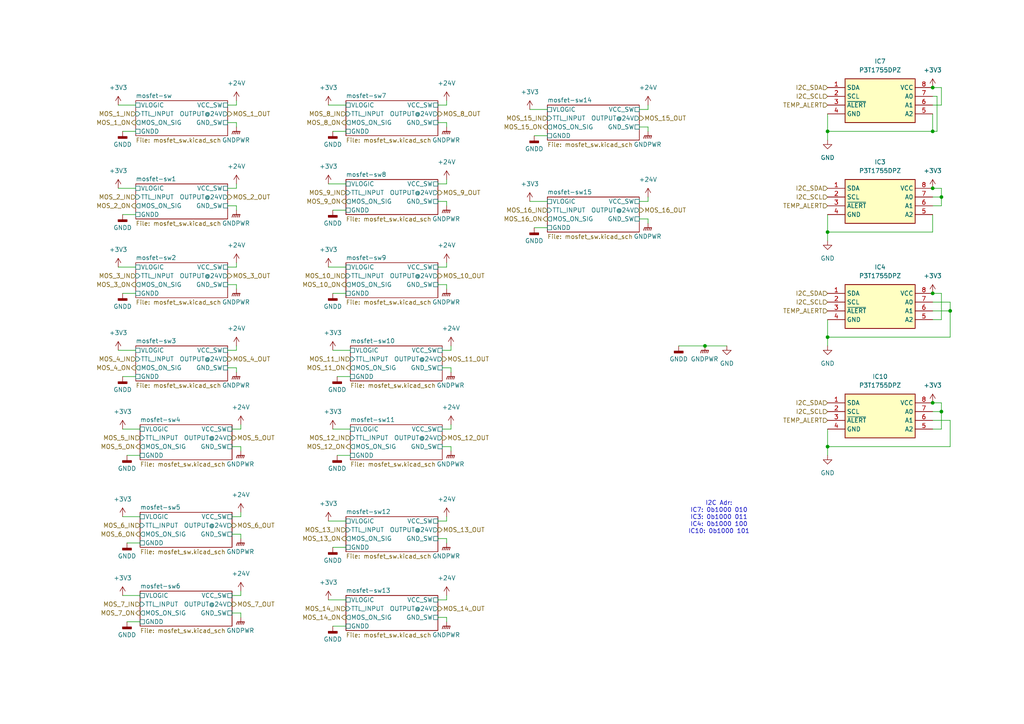
<source format=kicad_sch>
(kicad_sch (version 20231120) (generator "eeschema") (generator_version "8.0")
  (paper "A4")
  (lib_symbols
    (symbol "P3T1755DPZ:P3T1755DPZ"
      (property "Reference" "IC" (at 26.67 7.62 0))
      (property "Value" "P3T1755DPZ" (at 26.67 5.08 0))
      (symbol "P3T1755DPZ_1_1"
        (rectangle (start 5.08 2.54) (end 25.4 -10.16) (stroke (width 0.254)) (fill (type background)))
        (pin passive line (at 0 0 0) (length 5.08) (name "SDA") (number "1"))
        (pin passive line (at 0 -2.54 0) (length 5.08) (name "SCL") (number "2"))
        (pin passive line (at 0 -5.08 0) (length 5.08) (name "~{ALERT}") (number "3"))
        (pin passive line (at 0 -7.62 0) (length 5.08) (name "GND") (number "4"))
        (pin passive line (at 30.48 -7.62 180) (length 5.08) (name "A2") (number "5"))
        (pin passive line (at 30.48 -5.08 180) (length 5.08) (name "A1") (number "6"))
        (pin passive line (at 30.48 -2.54 180) (length 5.08) (name "A0") (number "7"))
        (pin passive line (at 30.48 0 180) (length 5.08) (name "VCC") (number "8"))
      )
    )
    (symbol "power:+24V" (power) (pin_names (offset 0))
      (property "Value" "+24V" (at 0 3.556 0))
      (symbol "+24V_0_1"
        (polyline (pts (xy -0.762 1.27) (xy 0 2.54)))
        (polyline (pts (xy 0 0) (xy 0 2.54)))
        (polyline (pts (xy 0 2.54) (xy 0.762 1.27)))
      )
      (symbol "+24V_1_1"
        (pin power_in line (at 0 0 90) (length 0) hide (name "+24V") (number "1"))
      )
    )
    (symbol "power:+3V3" (power) (pin_names (offset 0))
      (property "Value" "+3V3" (at 0 3.556 0))
      (symbol "+3V3_0_1"
        (polyline (pts (xy -0.762 1.27) (xy 0 2.54)))
        (polyline (pts (xy 0 0) (xy 0 2.54)))
        (polyline (pts (xy 0 2.54) (xy 0.762 1.27)))
      )
      (symbol "+3V3_1_1"
        (pin power_in line (at 0 0 90) (length 0) hide (name "+3V3") (number "1"))
      )
    )
    (symbol "power:GND" (power) (pin_names (offset 0))
      (property "Value" "GND" (at 0 -3.81 0))
      (symbol "GND_0_1"
        (polyline (pts (xy 0 0) (xy 0 -1.27) (xy 1.27 -1.27) (xy 0 -2.54) (xy -1.27 -1.27) (xy 0 -1.27)))
      )
      (symbol "GND_1_1"
        (pin power_in line (at 0 0 270) (length 0) hide (name "GND") (number "1"))
      )
    )
    (symbol "power:GNDD" (power) (pin_names (offset 0))
      (property "Value" "GNDD" (at 0 -3.175 0))
      (symbol "GNDD_0_1"
        (rectangle (start -1.27 -1.524) (end 1.27 -2.032) (stroke (width 0.254)) (fill (type outline)))
        (polyline (pts (xy 0 0) (xy 0 -1.524)))
      )
      (symbol "GNDD_1_1"
        (pin power_in line (at 0 0 270) (length 0) hide (name "GNDD") (number "1"))
      )
    )
    (symbol "power:GNDPWR" (power) (pin_names (offset 0))
      (property "Value" "GNDPWR" (at 0 -3.302 0))
      (symbol "GNDPWR_0_1"
        (polyline (pts (xy 0 -1.27) (xy 0 0)))
        (polyline (pts (xy -1.016 -1.27) (xy -1.27 -2.032) (xy -1.27 -2.032)) (stroke (width 0.2032)))
        (polyline (pts (xy -0.508 -1.27) (xy -0.762 -2.032) (xy -0.762 -2.032)) (stroke (width 0.2032)))
        (polyline (pts (xy 0 -1.27) (xy -0.254 -2.032) (xy -0.254 -2.032)) (stroke (width 0.2032)))
        (polyline (pts (xy 0.508 -1.27) (xy 0.254 -2.032) (xy 0.254 -2.032)) (stroke (width 0.2032)))
        (polyline (pts (xy 1.016 -1.27) (xy -1.016 -1.27) (xy -1.016 -1.27)) (stroke (width 0.2032)))
        (polyline (pts (xy 1.016 -1.27) (xy 0.762 -2.032) (xy 0.762 -2.032) (xy 0.762 -2.032)) (stroke (width 0.2032)))
      )
      (symbol "GNDPWR_1_1"
        (pin power_in line (at 0 0 270) (length 0) hide (name "GNDPWR") (number "1"))
      )
    )
  )
  (junction (at 204.47 100.33))
  (junction (at 270.51 54.61))
  (junction (at 270.51 25.4))
  (junction (at 270.51 38.1))
  (junction (at 270.51 85.09))
  (junction (at 240.03 38.1))
  (junction (at 240.03 97.79))
  (junction (at 270.51 116.84))
  (junction (at 240.03 129.54))
  (junction (at 275.59 90.17))
  (junction (at 240.03 67.31))
  (junction (at 273.05 57.15))
  (junction (at 273.05 119.38))
  (wire (pts (xy 69.85 149.86) (xy 67.31 149.86)))
  (wire (pts (xy 240.03 67.31) (xy 240.03 62.23)))
  (wire (pts (xy 273.05 57.15) (xy 273.05 54.61)))
  (wire (pts (xy 68.58 106.68) (xy 68.58 107.95)))
  (wire (pts (xy 129.54 172.72) (xy 129.54 173.99)))
  (wire (pts (xy 95.25 173.99) (xy 100.33 173.99)))
  (wire (pts (xy 185.42 36.83) (xy 187.96 36.83)))
  (wire (pts (xy 240.03 100.33) (xy 240.03 97.79)))
  (wire (pts (xy 271.78 27.94) (xy 271.78 38.1)))
  (wire (pts (xy 129.54 30.48) (xy 127 30.48)))
  (wire (pts (xy 240.03 67.31) (xy 270.51 67.31)))
  (wire (pts (xy 68.58 30.48) (xy 66.04 30.48)))
  (wire (pts (xy 153.67 31.75) (xy 158.75 31.75)))
  (wire (pts (xy 270.51 85.09) (xy 273.05 85.09)))
  (wire (pts (xy 275.59 87.63) (xy 275.59 90.17)))
  (wire (pts (xy 69.85 124.46) (xy 67.31 124.46)))
  (wire (pts (xy 68.58 100.33) (xy 68.58 101.6)))
  (wire (pts (xy 270.51 59.69) (xy 273.05 59.69)))
  (wire (pts (xy 95.25 30.48) (xy 100.33 30.48)))
  (wire (pts (xy 96.52 158.75) (xy 100.33 158.75)))
  (wire (pts (xy 196.85 100.33) (xy 204.47 100.33)))
  (wire (pts (xy 35.56 124.46) (xy 40.64 124.46)))
  (wire (pts (xy 129.54 149.86) (xy 129.54 151.13)))
  (wire (pts (xy 96.52 101.6) (xy 101.6 101.6)))
  (wire (pts (xy 66.04 82.55) (xy 68.58 82.55)))
  (wire (pts (xy 67.31 177.8) (xy 69.85 177.8)))
  (wire (pts (xy 270.51 62.23) (xy 270.51 67.31)))
  (wire (pts (xy 187.96 30.48) (xy 187.96 31.75)))
  (wire (pts (xy 270.51 121.92) (xy 275.59 121.92)))
  (wire (pts (xy 185.42 63.5) (xy 187.96 63.5)))
  (wire (pts (xy 204.47 100.33) (xy 210.82 100.33)))
  (wire (pts (xy 95.25 151.13) (xy 100.33 151.13)))
  (wire (pts (xy 96.52 85.09) (xy 100.33 85.09)))
  (wire (pts (xy 35.56 149.86) (xy 40.64 149.86)))
  (wire (pts (xy 127 179.07) (xy 129.54 179.07)))
  (wire (pts (xy 69.85 171.45) (xy 69.85 172.72)))
  (wire (pts (xy 273.05 59.69) (xy 273.05 57.15)))
  (wire (pts (xy 187.96 31.75) (xy 185.42 31.75)))
  (wire (pts (xy 34.29 54.61) (xy 39.37 54.61)))
  (wire (pts (xy 35.56 109.22) (xy 39.37 109.22)))
  (wire (pts (xy 128.27 129.54) (xy 130.81 129.54)))
  (wire (pts (xy 96.52 60.96) (xy 100.33 60.96)))
  (wire (pts (xy 270.51 92.71) (xy 273.05 92.71)))
  (wire (pts (xy 127 156.21) (xy 129.54 156.21)))
  (wire (pts (xy 273.05 57.15) (xy 270.51 57.15)))
  (wire (pts (xy 68.58 101.6) (xy 66.04 101.6)))
  (wire (pts (xy 271.78 27.94) (xy 270.51 27.94)))
  (wire (pts (xy 68.58 54.61) (xy 66.04 54.61)))
  (wire (pts (xy 153.67 58.42) (xy 158.75 58.42)))
  (wire (pts (xy 187.96 63.5) (xy 187.96 64.77)))
  (wire (pts (xy 128.27 106.68) (xy 130.81 106.68)))
  (wire (pts (xy 67.31 154.94) (xy 69.85 154.94)))
  (wire (pts (xy 97.79 109.22) (xy 101.6 109.22)))
  (wire (pts (xy 270.51 87.63) (xy 275.59 87.63)))
  (wire (pts (xy 240.03 97.79) (xy 240.03 92.71)))
  (wire (pts (xy 270.51 90.17) (xy 275.59 90.17)))
  (wire (pts (xy 129.54 29.21) (xy 129.54 30.48)))
  (wire (pts (xy 34.29 101.6) (xy 39.37 101.6)))
  (wire (pts (xy 129.54 53.34) (xy 127 53.34)))
  (wire (pts (xy 69.85 154.94) (xy 69.85 156.21)))
  (wire (pts (xy 270.51 119.38) (xy 273.05 119.38)))
  (wire (pts (xy 67.31 129.54) (xy 69.85 129.54)))
  (wire (pts (xy 187.96 58.42) (xy 185.42 58.42)))
  (wire (pts (xy 69.85 123.19) (xy 69.85 124.46)))
  (wire (pts (xy 129.54 179.07) (xy 129.54 180.34)))
  (wire (pts (xy 129.54 82.55) (xy 129.54 83.82)))
  (wire (pts (xy 35.56 172.72) (xy 40.64 172.72)))
  (wire (pts (xy 130.81 129.54) (xy 130.81 130.81)))
  (wire (pts (xy 240.03 129.54) (xy 275.59 129.54)))
  (wire (pts (xy 273.05 25.4) (xy 270.51 25.4)))
  (wire (pts (xy 240.03 132.08) (xy 240.03 129.54)))
  (wire (pts (xy 270.51 30.48) (xy 273.05 30.48)))
  (wire (pts (xy 68.58 77.47) (xy 66.04 77.47)))
  (wire (pts (xy 130.81 100.33) (xy 130.81 101.6)))
  (wire (pts (xy 275.59 121.92) (xy 275.59 129.54)))
  (wire (pts (xy 95.25 77.47) (xy 100.33 77.47)))
  (wire (pts (xy 240.03 38.1) (xy 240.03 33.02)))
  (wire (pts (xy 68.58 76.2) (xy 68.58 77.47)))
  (wire (pts (xy 97.79 132.08) (xy 101.6 132.08)))
  (wire (pts (xy 34.29 30.48) (xy 39.37 30.48)))
  (wire (pts (xy 129.54 35.56) (xy 129.54 36.83)))
  (wire (pts (xy 69.85 148.59) (xy 69.85 149.86)))
  (wire (pts (xy 96.52 181.61) (xy 100.33 181.61)))
  (wire (pts (xy 154.94 39.37) (xy 158.75 39.37)))
  (wire (pts (xy 35.56 38.1) (xy 39.37 38.1)))
  (wire (pts (xy 130.81 123.19) (xy 130.81 124.46)))
  (wire (pts (xy 273.05 92.71) (xy 273.05 85.09)))
  (wire (pts (xy 273.05 54.61) (xy 270.51 54.61)))
  (wire (pts (xy 271.78 38.1) (xy 270.51 38.1)))
  (wire (pts (xy 240.03 69.85) (xy 240.03 67.31)))
  (wire (pts (xy 66.04 35.56) (xy 68.58 35.56)))
  (wire (pts (xy 129.54 156.21) (xy 129.54 157.48)))
  (wire (pts (xy 240.03 129.54) (xy 240.03 124.46)))
  (wire (pts (xy 66.04 106.68) (xy 68.58 106.68)))
  (wire (pts (xy 127 58.42) (xy 129.54 58.42)))
  (wire (pts (xy 35.56 85.09) (xy 39.37 85.09)))
  (wire (pts (xy 273.05 119.38) (xy 273.05 116.84)))
  (wire (pts (xy 96.52 124.46) (xy 101.6 124.46)))
  (wire (pts (xy 36.83 157.48) (xy 40.64 157.48)))
  (wire (pts (xy 273.05 124.46) (xy 273.05 119.38)))
  (wire (pts (xy 270.51 124.46) (xy 273.05 124.46)))
  (wire (pts (xy 187.96 57.15) (xy 187.96 58.42)))
  (wire (pts (xy 130.81 101.6) (xy 128.27 101.6)))
  (wire (pts (xy 127 82.55) (xy 129.54 82.55)))
  (wire (pts (xy 68.58 82.55) (xy 68.58 83.82)))
  (wire (pts (xy 273.05 30.48) (xy 273.05 25.4)))
  (wire (pts (xy 129.54 173.99) (xy 127 173.99)))
  (wire (pts (xy 129.54 58.42) (xy 129.54 59.69)))
  (wire (pts (xy 68.58 59.69) (xy 68.58 60.96)))
  (wire (pts (xy 130.81 124.46) (xy 128.27 124.46)))
  (wire (pts (xy 66.04 59.69) (xy 68.58 59.69)))
  (wire (pts (xy 129.54 151.13) (xy 127 151.13)))
  (wire (pts (xy 68.58 53.34) (xy 68.58 54.61)))
  (wire (pts (xy 34.29 77.47) (xy 39.37 77.47)))
  (wire (pts (xy 68.58 35.56) (xy 68.58 36.83)))
  (wire (pts (xy 270.51 116.84) (xy 273.05 116.84)))
  (wire (pts (xy 95.25 53.34) (xy 100.33 53.34)))
  (wire (pts (xy 130.81 106.68) (xy 130.81 107.95)))
  (wire (pts (xy 129.54 77.47) (xy 127 77.47)))
  (wire (pts (xy 275.59 90.17) (xy 275.59 97.79)))
  (wire (pts (xy 270.51 33.02) (xy 270.51 38.1)))
  (wire (pts (xy 129.54 76.2) (xy 129.54 77.47)))
  (wire (pts (xy 36.83 132.08) (xy 40.64 132.08)))
  (wire (pts (xy 69.85 177.8) (xy 69.85 179.07)))
  (wire (pts (xy 129.54 52.07) (xy 129.54 53.34)))
  (wire (pts (xy 35.56 62.23) (xy 39.37 62.23)))
  (wire (pts (xy 187.96 36.83) (xy 187.96 38.1)))
  (wire (pts (xy 240.03 97.79) (xy 275.59 97.79)))
  (wire (pts (xy 240.03 40.64) (xy 240.03 38.1)))
  (wire (pts (xy 36.83 180.34) (xy 40.64 180.34)))
  (wire (pts (xy 68.58 29.21) (xy 68.58 30.48)))
  (wire (pts (xy 69.85 172.72) (xy 67.31 172.72)))
  (wire (pts (xy 127 35.56) (xy 129.54 35.56)))
  (wire (pts (xy 154.94 66.04) (xy 158.75 66.04)))
  (wire (pts (xy 69.85 129.54) (xy 69.85 130.81)))
  (wire (pts (xy 240.03 38.1) (xy 270.51 38.1)))
  (wire (pts (xy 96.52 38.1) (xy 100.33 38.1)))
  (text "I2C Adr:\nIC7: 0b1000 010\nIC3: 0b1000 011\nIC4: 0b1000 100\nIC10: 0b1000 101" (at 208.534 150.114 0) (effects (font (size 1.27 1.27))))
  (hierarchical_label "MOS_8_OUT" (shape output) (at 127 33.02 0))
  (hierarchical_label "MOS_10_IN" (shape input) (at 100.33 80.01 180))
  (hierarchical_label "MOS_14_OUT" (shape output) (at 127 176.53 0))
  (hierarchical_label "MOS_2_IN" (shape input) (at 39.37 57.15 180))
  (hierarchical_label "MOS_13_OUT" (shape output) (at 127 153.67 0))
  (hierarchical_label "MOS_11_OUT" (shape output) (at 128.27 104.14 0))
  (hierarchical_label "MOS_12_ON" (shape output) (at 101.6 129.54 180))
  (hierarchical_label "MOS_16_IN" (shape input) (at 158.75 60.96 180))
  (hierarchical_label "MOS_15_IN" (shape input) (at 158.75 34.29 180))
  (hierarchical_label "I2C_SDA" (shape input) (at 240.03 25.4 180))
  (hierarchical_label "MOS_14_IN" (shape input) (at 100.33 176.53 180))
  (hierarchical_label "MOS_6_IN" (shape input) (at 40.64 152.4 180))
  (hierarchical_label "MOS_10_OUT" (shape output) (at 127 80.01 0))
  (hierarchical_label "MOS_15_OUT" (shape output) (at 185.42 34.29 0))
  (hierarchical_label "MOS_16_ON" (shape output) (at 158.75 63.5 180))
  (hierarchical_label "MOS_3_OUT" (shape output) (at 66.04 80.01 0))
  (hierarchical_label "MOS_1_ON" (shape output) (at 39.37 35.56 180))
  (hierarchical_label "MOS_7_ON" (shape output) (at 40.64 177.8 180))
  (hierarchical_label "I2C_SDA" (shape input) (at 240.03 54.61 180))
  (hierarchical_label "MOS_6_ON" (shape output) (at 40.64 154.94 180))
  (hierarchical_label "MOS_14_ON" (shape output) (at 100.33 179.07 180))
  (hierarchical_label "MOS_12_OUT" (shape output) (at 128.27 127 0))
  (hierarchical_label "MOS_3_ON" (shape output) (at 39.37 82.55 180))
  (hierarchical_label "I2C_SCL" (shape input) (at 240.03 57.15 180))
  (hierarchical_label "MOS_7_OUT" (shape output) (at 67.31 175.26 0))
  (hierarchical_label "MOS_2_ON" (shape output) (at 39.37 59.69 180))
  (hierarchical_label "MOS_3_IN" (shape input) (at 39.37 80.01 180))
  (hierarchical_label "MOS_11_ON" (shape output) (at 101.6 106.68 180))
  (hierarchical_label "TEMP_ALERT" (shape input) (at 240.03 59.69 180))
  (hierarchical_label "MOS_10_ON" (shape output) (at 100.33 82.55 180))
  (hierarchical_label "MOS_13_ON" (shape output) (at 100.33 156.21 180))
  (hierarchical_label "MOS_7_IN" (shape input) (at 40.64 175.26 180))
  (hierarchical_label "MOS_9_OUT" (shape output) (at 127 55.88 0))
  (hierarchical_label "MOS_1_OUT" (shape output) (at 66.04 33.02 0))
  (hierarchical_label "MOS_12_IN" (shape input) (at 101.6 127 180))
  (hierarchical_label "I2C_SDA" (shape input) (at 240.03 85.09 180))
  (hierarchical_label "MOS_16_OUT" (shape output) (at 185.42 60.96 0))
  (hierarchical_label "MOS_5_ON" (shape output) (at 40.64 129.54 180))
  (hierarchical_label "MOS_2_OUT" (shape output) (at 66.04 57.15 0))
  (hierarchical_label "TEMP_ALERT" (shape input) (at 240.03 90.17 180))
  (hierarchical_label "TEMP_ALERT" (shape input) (at 240.03 30.48 180))
  (hierarchical_label "MOS_5_IN" (shape input) (at 40.64 127 180))
  (hierarchical_label "MOS_8_ON" (shape output) (at 100.33 35.56 180))
  (hierarchical_label "TEMP_ALERT" (shape input) (at 240.03 121.92 180))
  (hierarchical_label "I2C_SDA" (shape input) (at 240.03 116.84 180))
  (hierarchical_label "MOS_1_IN" (shape input) (at 39.37 33.02 180))
  (hierarchical_label "I2C_SCL" (shape input) (at 240.03 87.63 180))
  (hierarchical_label "MOS_9_IN" (shape input) (at 100.33 55.88 180))
  (hierarchical_label "MOS_6_OUT" (shape output) (at 67.31 152.4 0))
  (hierarchical_label "MOS_11_IN" (shape input) (at 101.6 104.14 180))
  (hierarchical_label "MOS_8_IN" (shape input) (at 100.33 33.02 180))
  (hierarchical_label "MOS_15_ON" (shape output) (at 158.75 36.83 180))
  (hierarchical_label "I2C_SCL" (shape input) (at 240.03 119.38 180))
  (hierarchical_label "MOS_4_ON" (shape output) (at 39.37 106.68 180))
  (hierarchical_label "MOS_5_OUT" (shape output) (at 67.31 127 0))
  (hierarchical_label "MOS_13_IN" (shape input) (at 100.33 153.67 180))
  (hierarchical_label "MOS_4_OUT" (shape output) (at 66.04 104.14 0))
  (hierarchical_label "MOS_4_IN" (shape input) (at 39.37 104.14 180))
  (hierarchical_label "MOS_9_ON" (shape output) (at 100.33 58.42 180))
  (hierarchical_label "I2C_SCL" (shape input) (at 240.03 27.94 180))
  (symbol (lib_id "power:+24V") (at 187.96 30.48 0) (unit 1)
    (property "Reference" "#PWR061" (effects (hide yes)))
    (property "Value" "+24V" (at 187.96 25.4 0))
  )
  (symbol (lib_id "power:GNDPWR") (at 69.85 156.21 0) (unit 1)
    (property "Reference" "#PWR026" (effects (hide yes)))
    (property "Value" "GNDPWR" (at 69.723 160.02 0))
  )
  (symbol (lib_id "power:+3V3") (at 34.29 77.47 0) (unit 1)
    (property "Reference" "#PWR011" (effects (hide yes)))
    (property "Value" "+3V3" (at 34.29 72.39 0))
  )
  (symbol (lib_id "power:+3V3") (at 34.29 30.48 0) (unit 1)
    (property "Reference" "#PWR06" (effects (hide yes)))
    (property "Value" "+3V3" (at 34.29 25.4 0))
  )
  (symbol (lib_id "power:+3V3") (at 153.67 58.42 0) (unit 1)
    (property "Reference" "#PWR063" (effects (hide yes)))
    (property "Value" "+3V3" (at 153.67 53.34 0))
  )
  (symbol (lib_id "P3T1755DPZ:P3T1755DPZ") (at 240.03 54.61 0) (unit 1)
    (property "Reference" "IC3" (at 255.27 46.99 0))
    (property "Value" "P3T1755DPZ" (at 255.27 49.53 0))
    (property "Footprint" "Library:P3T1755DPZ" (effects (hide yes)))
    (property "Datasheet" "https://www.nxp.com/docs/en/data-sheet/P3T1755DS.pdf" (effects (hide yes)))
    (property "Height" "1.1" (effects (hide yes)))
    (property "Mouser Part Number" "771-P3T1755DPZ" (effects (hide yes)))
    (property "Mouser Price/Stock" "https://www.mouser.co.uk/ProductDetail/NXP-Semiconductors/P3T1755DPZ?qs=rQFj71Wb1eWT4G6DVajfNw%3D%3D" (effects (hide yes)))
    (property "Manufacturer_Name" "NXP" (effects (hide yes)))
    (property "Manufacturer_Part_Number" "P3T1755DPZ" (effects (hide yes)))
  )
  (symbol (lib_id "power:GNDPWR") (at 129.54 83.82 0) (unit 1)
    (property "Reference" "#PWR042" (effects (hide yes)))
    (property "Value" "GNDPWR" (at 129.413 87.63 0))
  )
  (symbol (lib_id "power:GNDPWR") (at 129.54 180.34 0) (unit 1)
    (property "Reference" "#PWR058" (effects (hide yes)))
    (property "Value" "GNDPWR" (at 129.413 184.15 0))
  )
  (symbol (lib_id "power:GNDD") (at 96.52 38.1 0) (unit 1)
    (property "Reference" "#PWR032" (effects (hide yes)))
    (property "Value" "GNDD" (at 96.52 41.91 0))
  )
  (symbol (lib_id "power:+3V3") (at 96.52 124.46 0) (unit 1)
    (property "Reference" "#PWR047" (effects (hide yes)))
    (property "Value" "+3V3" (at 96.52 119.38 0))
  )
  (symbol (lib_id "power:+3V3") (at 95.25 77.47 0) (unit 1)
    (property "Reference" "#PWR039" (effects (hide yes)))
    (property "Value" "+3V3" (at 95.25 72.39 0))
  )
  (symbol (lib_id "power:GNDPWR") (at 129.54 36.83 0) (unit 1)
    (property "Reference" "#PWR034" (effects (hide yes)))
    (property "Value" "GNDPWR" (at 129.413 40.64 0))
  )
  (symbol (lib_id "power:+3V3") (at 35.56 124.46 0) (unit 1)
    (property "Reference" "#PWR019" (effects (hide yes)))
    (property "Value" "+3V3" (at 35.56 119.38 0))
  )
  (symbol (lib_id "power:+24V") (at 130.81 123.19 0) (unit 1)
    (property "Reference" "#PWR049" (effects (hide yes)))
    (property "Value" "+24V" (at 130.81 118.11 0))
  )
  (symbol (lib_id "power:+24V") (at 68.58 29.21 0) (unit 1)
    (property "Reference" "#PWR03" (effects (hide yes)))
    (property "Value" "+24V" (at 68.58 24.13 0))
  )
  (symbol (lib_id "power:GND") (at 240.03 40.64 0) (unit 1)
    (property "Reference" "#PWR0119" (effects (hide yes)))
    (property "Value" "GND" (at 240.03 45.72 0))
  )
  (symbol (lib_id "power:+3V3") (at 95.25 151.13 0) (unit 1)
    (property "Reference" "#PWR051" (effects (hide yes)))
    (property "Value" "+3V3" (at 95.25 146.05 0))
  )
  (symbol (lib_id "power:GNDD") (at 36.83 180.34 0) (unit 1)
    (property "Reference" "#PWR028" (effects (hide yes)))
    (property "Value" "GNDD" (at 36.83 184.15 0))
  )
  (symbol (lib_id "power:GNDD") (at 196.85 100.33 0) (unit 1)
    (property "Reference" "#PWR081" (effects (hide yes)))
    (property "Value" "GNDD" (at 196.85 104.14 0))
  )
  (symbol (lib_id "power:+24V") (at 69.85 123.19 0) (unit 1)
    (property "Reference" "#PWR021" (effects (hide yes)))
    (property "Value" "+24V" (at 69.85 118.11 0))
  )
  (symbol (lib_id "power:+3V3") (at 270.51 25.4 0) (unit 1)
    (property "Reference" "#PWR0120" (effects (hide yes)))
    (property "Value" "+3V3" (at 270.51 20.32 0))
  )
  (symbol (lib_id "power:GNDD") (at 35.56 85.09 0) (unit 1)
    (property "Reference" "#PWR012" (effects (hide yes)))
    (property "Value" "GNDD" (at 35.56 88.9 0))
  )
  (symbol (lib_id "power:GND") (at 240.03 100.33 0) (unit 1)
    (property "Reference" "#PWR0123" (effects (hide yes)))
    (property "Value" "GND" (at 240.03 105.41 0))
  )
  (symbol (lib_id "power:GNDD") (at 97.79 132.08 0) (unit 1)
    (property "Reference" "#PWR048" (effects (hide yes)))
    (property "Value" "GNDD" (at 97.79 135.89 0))
  )
  (symbol (lib_id "power:+24V") (at 129.54 29.21 0) (unit 1)
    (property "Reference" "#PWR033" (effects (hide yes)))
    (property "Value" "+24V" (at 129.54 24.13 0))
  )
  (symbol (lib_id "power:GNDPWR") (at 129.54 59.69 0) (unit 1)
    (property "Reference" "#PWR038" (effects (hide yes)))
    (property "Value" "GNDPWR" (at 129.413 63.5 0))
  )
  (symbol (lib_id "power:GNDPWR") (at 129.54 157.48 0) (unit 1)
    (property "Reference" "#PWR054" (effects (hide yes)))
    (property "Value" "GNDPWR" (at 129.413 161.29 0))
  )
  (symbol (lib_id "power:GNDPWR") (at 187.96 64.77 0) (unit 1)
    (property "Reference" "#PWR066" (effects (hide yes)))
    (property "Value" "GNDPWR" (at 187.833 68.58 0))
  )
  (symbol (lib_id "power:+3V3") (at 95.25 30.48 0) (unit 1)
    (property "Reference" "#PWR031" (effects (hide yes)))
    (property "Value" "+3V3" (at 95.25 25.4 0))
  )
  (symbol (lib_id "power:+24V") (at 68.58 76.2 0) (unit 1)
    (property "Reference" "#PWR013" (effects (hide yes)))
    (property "Value" "+24V" (at 68.58 71.12 0))
  )
  (symbol (lib_id "power:GNDD") (at 35.56 109.22 0) (unit 1)
    (property "Reference" "#PWR016" (effects (hide yes)))
    (property "Value" "GNDD" (at 35.56 113.03 0))
  )
  (symbol (lib_id "power:GNDD") (at 35.56 62.23 0) (unit 1)
    (property "Reference" "#PWR08" (effects (hide yes)))
    (property "Value" "GNDD" (at 35.56 66.04 0))
  )
  (symbol (lib_id "P3T1755DPZ:P3T1755DPZ") (at 240.03 25.4 0) (unit 1)
    (property "Reference" "IC7" (at 255.27 17.78 0))
    (property "Value" "P3T1755DPZ" (at 255.27 20.32 0))
    (property "Footprint" "Library:P3T1755DPZ" (effects (hide yes)))
    (property "Datasheet" "https://www.nxp.com/docs/en/data-sheet/P3T1755DS.pdf" (effects (hide yes)))
    (property "Height" "1.1" (effects (hide yes)))
    (property "Mouser Part Number" "771-P3T1755DPZ" (effects (hide yes)))
    (property "Mouser Price/Stock" "https://www.mouser.co.uk/ProductDetail/NXP-Semiconductors/P3T1755DPZ?qs=rQFj71Wb1eWT4G6DVajfNw%3D%3D" (effects (hide yes)))
    (property "Manufacturer_Name" "NXP" (effects (hide yes)))
    (property "Manufacturer_Part_Number" "P3T1755DPZ" (effects (hide yes)))
  )
  (symbol (lib_id "power:+3V3") (at 270.51 85.09 0) (unit 1)
    (property "Reference" "#PWR0124" (effects (hide yes)))
    (property "Value" "+3V3" (at 270.51 80.01 0))
  )
  (symbol (lib_id "power:+3V3") (at 34.29 54.61 0) (unit 1)
    (property "Reference" "#PWR07" (effects (hide yes)))
    (property "Value" "+3V3" (at 34.29 49.53 0))
  )
  (symbol (lib_id "power:+3V3") (at 34.29 101.6 0) (unit 1)
    (property "Reference" "#PWR015" (effects (hide yes)))
    (property "Value" "+3V3" (at 34.29 96.52 0))
  )
  (symbol (lib_id "power:+3V3") (at 95.25 173.99 0) (unit 1)
    (property "Reference" "#PWR055" (effects (hide yes)))
    (property "Value" "+3V3" (at 95.25 168.91 0))
  )
  (symbol (lib_id "power:GNDPWR") (at 204.47 100.33 0) (unit 1)
    (property "Reference" "#PWR080" (effects (hide yes)))
    (property "Value" "GNDPWR" (at 204.343 104.14 0))
  )
  (symbol (lib_id "power:GND") (at 240.03 132.08 0) (unit 1)
    (property "Reference" "#PWR0142" (effects (hide yes)))
    (property "Value" "GND" (at 240.03 137.16 0))
  )
  (symbol (lib_id "power:GNDD") (at 154.94 39.37 0) (unit 1)
    (property "Reference" "#PWR060" (effects (hide yes)))
    (property "Value" "GNDD" (at 154.94 43.18 0))
  )
  (symbol (lib_id "power:+24V") (at 68.58 53.34 0) (unit 1)
    (property "Reference" "#PWR09" (effects (hide yes)))
    (property "Value" "+24V" (at 68.58 48.26 0))
  )
  (symbol (lib_id "power:GNDPWR") (at 69.85 130.81 0) (unit 1)
    (property "Reference" "#PWR022" (effects (hide yes)))
    (property "Value" "GNDPWR" (at 69.723 134.62 0))
  )
  (symbol (lib_id "power:+24V") (at 130.81 100.33 0) (unit 1)
    (property "Reference" "#PWR045" (effects (hide yes)))
    (property "Value" "+24V" (at 130.81 95.25 0))
  )
  (symbol (lib_id "power:GNDPWR") (at 187.96 38.1 0) (unit 1)
    (property "Reference" "#PWR062" (effects (hide yes)))
    (property "Value" "GNDPWR" (at 187.833 41.91 0))
  )
  (symbol (lib_id "power:GNDPWR") (at 68.58 83.82 0) (unit 1)
    (property "Reference" "#PWR014" (effects (hide yes)))
    (property "Value" "GNDPWR" (at 68.453 87.63 0))
  )
  (symbol (lib_id "power:GNDD") (at 154.94 66.04 0) (unit 1)
    (property "Reference" "#PWR064" (effects (hide yes)))
    (property "Value" "GNDD" (at 154.94 69.85 0))
  )
  (symbol (lib_id "power:+3V3") (at 96.52 101.6 0) (unit 1)
    (property "Reference" "#PWR043" (effects (hide yes)))
    (property "Value" "+3V3" (at 96.52 96.52 0))
  )
  (symbol (lib_id "power:+24V") (at 129.54 52.07 0) (unit 1)
    (property "Reference" "#PWR037" (effects (hide yes)))
    (property "Value" "+24V" (at 129.54 46.99 0))
  )
  (symbol (lib_id "power:+3V3") (at 95.25 53.34 0) (unit 1)
    (property "Reference" "#PWR035" (effects (hide yes)))
    (property "Value" "+3V3" (at 95.25 48.26 0))
  )
  (symbol (lib_id "power:GNDPWR") (at 130.81 107.95 0) (unit 1)
    (property "Reference" "#PWR046" (effects (hide yes)))
    (property "Value" "GNDPWR" (at 130.683 111.76 0))
  )
  (symbol (lib_id "power:+24V") (at 129.54 149.86 0) (unit 1)
    (property "Reference" "#PWR053" (effects (hide yes)))
    (property "Value" "+24V" (at 129.54 144.78 0))
  )
  (symbol (lib_id "power:GNDPWR") (at 68.58 107.95 0) (unit 1)
    (property "Reference" "#PWR018" (effects (hide yes)))
    (property "Value" "GNDPWR" (at 68.453 111.76 0))
  )
  (symbol (lib_id "power:GNDD") (at 35.56 38.1 0) (unit 1)
    (property "Reference" "#PWR05" (effects (hide yes)))
    (property "Value" "GNDD" (at 35.56 41.91 0))
  )
  (symbol (lib_id "power:GNDPWR") (at 69.85 179.07 0) (unit 1)
    (property "Reference" "#PWR030" (effects (hide yes)))
    (property "Value" "GNDPWR" (at 69.723 182.88 0))
  )
  (symbol (lib_id "power:+24V") (at 69.85 148.59 0) (unit 1)
    (property "Reference" "#PWR025" (effects (hide yes)))
    (property "Value" "+24V" (at 69.85 143.51 0))
  )
  (symbol (lib_id "power:+24V") (at 69.85 171.45 0) (unit 1)
    (property "Reference" "#PWR029" (effects (hide yes)))
    (property "Value" "+24V" (at 69.85 166.37 0))
  )
  (symbol (lib_id "power:GNDPWR") (at 68.58 36.83 0) (unit 1)
    (property "Reference" "#PWR04" (effects (hide yes)))
    (property "Value" "GNDPWR" (at 68.453 40.64 0))
  )
  (symbol (lib_id "power:GNDPWR") (at 130.81 130.81 0) (unit 1)
    (property "Reference" "#PWR050" (effects (hide yes)))
    (property "Value" "GNDPWR" (at 130.683 134.62 0))
  )
  (symbol (lib_id "power:GNDPWR") (at 68.58 60.96 0) (unit 1)
    (property "Reference" "#PWR010" (effects (hide yes)))
    (property "Value" "GNDPWR" (at 68.453 64.77 0))
  )
  (symbol (lib_id "power:GNDD") (at 96.52 158.75 0) (unit 1)
    (property "Reference" "#PWR052" (effects (hide yes)))
    (property "Value" "GNDD" (at 96.52 162.56 0))
  )
  (symbol (lib_id "power:+24V") (at 129.54 76.2 0) (unit 1)
    (property "Reference" "#PWR041" (effects (hide yes)))
    (property "Value" "+24V" (at 129.54 71.12 0))
  )
  (symbol (lib_id "power:GNDD") (at 36.83 132.08 0) (unit 1)
    (property "Reference" "#PWR020" (effects (hide yes)))
    (property "Value" "GNDD" (at 36.83 135.89 0))
  )
  (symbol (lib_id "power:+3V3") (at 35.56 149.86 0) (unit 1)
    (property "Reference" "#PWR023" (effects (hide yes)))
    (property "Value" "+3V3" (at 35.56 144.78 0))
  )
  (symbol (lib_id "power:GND") (at 240.03 69.85 0) (unit 1)
    (property "Reference" "#PWR0121" (effects (hide yes)))
    (property "Value" "GND" (at 240.03 74.93 0))
  )
  (symbol (lib_id "power:+24V") (at 129.54 172.72 0) (unit 1)
    (property "Reference" "#PWR057" (effects (hide yes)))
    (property "Value" "+24V" (at 129.54 167.64 0))
  )
  (symbol (lib_id "P3T1755DPZ:P3T1755DPZ") (at 240.03 85.09 0) (unit 1)
    (property "Reference" "IC4" (at 255.27 77.47 0))
    (property "Value" "P3T1755DPZ" (at 255.27 80.01 0))
    (property "Footprint" "Library:P3T1755DPZ" (effects (hide yes)))
    (property "Datasheet" "https://www.nxp.com/docs/en/data-sheet/P3T1755DS.pdf" (effects (hide yes)))
    (property "Height" "1.1" (effects (hide yes)))
    (property "Mouser Part Number" "771-P3T1755DPZ" (effects (hide yes)))
    (property "Mouser Price/Stock" "https://www.mouser.co.uk/ProductDetail/NXP-Semiconductors/P3T1755DPZ?qs=rQFj71Wb1eWT4G6DVajfNw%3D%3D" (effects (hide yes)))
    (property "Manufacturer_Name" "NXP" (effects (hide yes)))
    (property "Manufacturer_Part_Number" "P3T1755DPZ" (effects (hide yes)))
  )
  (symbol (lib_id "power:GNDD") (at 96.52 60.96 0) (unit 1)
    (property "Reference" "#PWR036" (effects (hide yes)))
    (property "Value" "GNDD" (at 96.52 64.77 0))
  )
  (symbol (lib_id "power:+3V3") (at 153.67 31.75 0) (unit 1)
    (property "Reference" "#PWR059" (effects (hide yes)))
    (property "Value" "+3V3" (at 153.67 26.67 0))
  )
  (symbol (lib_id "power:GNDD") (at 36.83 157.48 0) (unit 1)
    (property "Reference" "#PWR024" (effects (hide yes)))
    (property "Value" "GNDD" (at 36.83 161.29 0))
  )
  (symbol (lib_id "power:+3V3") (at 270.51 116.84 0) (unit 1)
    (property "Reference" "#PWR0143" (effects (hide yes)))
    (property "Value" "+3V3" (at 270.51 111.76 0))
  )
  (symbol (lib_id "P3T1755DPZ:P3T1755DPZ") (at 240.03 116.84 0) (unit 1)
    (property "Reference" "IC10" (at 255.27 109.22 0))
    (property "Value" "P3T1755DPZ" (at 255.27 111.76 0))
    (property "Footprint" "Library:P3T1755DPZ" (effects (hide yes)))
    (property "Datasheet" "https://www.nxp.com/docs/en/data-sheet/P3T1755DS.pdf" (effects (hide yes)))
    (property "Height" "1.1" (effects (hide yes)))
    (property "Mouser Part Number" "771-P3T1755DPZ" (effects (hide yes)))
    (property "Mouser Price/Stock" "https://www.mouser.co.uk/ProductDetail/NXP-Semiconductors/P3T1755DPZ?qs=rQFj71Wb1eWT4G6DVajfNw%3D%3D" (effects (hide yes)))
    (property "Manufacturer_Name" "NXP" (effects (hide yes)))
    (property "Manufacturer_Part_Number" "P3T1755DPZ" (effects (hide yes)))
  )
  (symbol (lib_id "power:+24V") (at 187.96 57.15 0) (unit 1)
    (property "Reference" "#PWR065" (effects (hide yes)))
    (property "Value" "+24V" (at 187.96 52.07 0))
  )
  (symbol (lib_id "power:+3V3") (at 270.51 54.61 0) (unit 1)
    (property "Reference" "#PWR0122" (effects (hide yes)))
    (property "Value" "+3V3" (at 270.51 49.53 0))
  )
  (symbol (lib_id "power:GNDD") (at 96.52 181.61 0) (unit 1)
    (property "Reference" "#PWR056" (effects (hide yes)))
    (property "Value" "GNDD" (at 96.52 185.42 0))
  )
  (symbol (lib_id "power:GNDD") (at 97.79 109.22 0) (unit 1)
    (property "Reference" "#PWR044" (effects (hide yes)))
    (property "Value" "GNDD" (at 97.79 113.03 0))
  )
  (symbol (lib_id "power:+3V3") (at 35.56 172.72 0) (unit 1)
    (property "Reference" "#PWR027" (effects (hide yes)))
    (property "Value" "+3V3" (at 35.56 167.64 0))
  )
  (symbol (lib_id "power:GND") (at 210.82 100.33 0) (unit 1)
    (property "Reference" "#PWR079" (effects (hide yes)))
    (property "Value" "GND" (at 210.82 105.41 0))
  )
  (symbol (lib_id "power:GNDD") (at 96.52 85.09 0) (unit 1)
    (property "Reference" "#PWR040" (effects (hide yes)))
    (property "Value" "GNDD" (at 96.52 88.9 0))
  )
  (symbol (lib_id "power:+24V") (at 68.58 100.33 0) (unit 1)
    (property "Reference" "#PWR017" (effects (hide yes)))
    (property "Value" "+24V" (at 68.58 95.25 0))
  )
  (sheet (at 100.33 52.07) (size 26.67 10.16) (stroke (width 0.1524))
    (property "Sheetname" "mosfet-sw8" (at 100.33 51.3584 0) (effects (justify left bottom)))
    (property "Sheetfile" "mosfet_sw.kicad_sch" (at 100.33 62.8146 0) (effects (justify left top)))
    (pin "OUTPUT@24V" output (at 127 55.88 0))
    (pin "GND_SW" passive (at 127 58.42 0))
    (pin "VCC_SW" passive (at 127 53.34 0))
    (pin "TTL_INPUT" input (at 100.33 55.88 180))
    (pin "GNDD" passive (at 100.33 60.96 180))
    (pin "VLOGIC" passive (at 100.33 53.34 180))
    (pin "MOS_ON_SIG" output (at 100.33 58.42 180))
  )
  (sheet (at 100.33 29.21) (size 26.67 10.16) (stroke (width 0.1524))
    (property "Sheetname" "mosfet-sw7" (at 100.33 28.4984 0) (effects (justify left bottom)))
    (property "Sheetfile" "mosfet_sw.kicad_sch" (at 100.33 39.9546 0) (effects (justify left top)))
    (pin "OUTPUT@24V" output (at 127 33.02 0))
    (pin "GND_SW" passive (at 127 35.56 0))
    (pin "VCC_SW" passive (at 127 30.48 0))
    (pin "TTL_INPUT" input (at 100.33 33.02 180))
    (pin "GNDD" passive (at 100.33 38.1 180))
    (pin "VLOGIC" passive (at 100.33 30.48 180))
    (pin "MOS_ON_SIG" output (at 100.33 35.56 180))
  )
  (sheet (at 40.64 148.59) (size 26.67 10.16) (stroke (width 0.1524))
    (property "Sheetname" "mosfet-sw5" (at 40.64 147.8784 0) (effects (justify left bottom)))
    (property "Sheetfile" "mosfet_sw.kicad_sch" (at 40.64 159.3346 0) (effects (justify left top)))
    (pin "OUTPUT@24V" output (at 67.31 152.4 0))
    (pin "GND_SW" passive (at 67.31 154.94 0))
    (pin "VCC_SW" passive (at 67.31 149.86 0))
    (pin "TTL_INPUT" input (at 40.64 152.4 180))
    (pin "GNDD" passive (at 40.64 157.48 180))
    (pin "VLOGIC" passive (at 40.64 149.86 180))
    (pin "MOS_ON_SIG" output (at 40.64 154.94 180))
  )
  (sheet (at 100.33 172.72) (size 26.67 10.16) (stroke (width 0.1524))
    (property "Sheetname" "mosfet-sw13" (at 100.33 172.0084 0) (effects (justify left bottom)))
    (property "Sheetfile" "mosfet_sw.kicad_sch" (at 100.33 183.4646 0) (effects (justify left top)))
    (pin "OUTPUT@24V" output (at 127 176.53 0))
    (pin "GND_SW" passive (at 127 179.07 0))
    (pin "VCC_SW" passive (at 127 173.99 0))
    (pin "TTL_INPUT" input (at 100.33 176.53 180))
    (pin "GNDD" passive (at 100.33 181.61 180))
    (pin "VLOGIC" passive (at 100.33 173.99 180))
    (pin "MOS_ON_SIG" output (at 100.33 179.07 180))
  )
  (sheet (at 100.33 76.2) (size 26.67 10.16) (stroke (width 0.1524))
    (property "Sheetname" "mosfet-sw9" (at 100.33 75.4884 0) (effects (justify left bottom)))
    (property "Sheetfile" "mosfet_sw.kicad_sch" (at 100.33 86.9446 0) (effects (justify left top)))
    (pin "OUTPUT@24V" output (at 127 80.01 0))
    (pin "GND_SW" passive (at 127 82.55 0))
    (pin "VCC_SW" passive (at 127 77.47 0))
    (pin "TTL_INPUT" input (at 100.33 80.01 180))
    (pin "GNDD" passive (at 100.33 85.09 180))
    (pin "VLOGIC" passive (at 100.33 77.47 180))
    (pin "MOS_ON_SIG" output (at 100.33 82.55 180))
  )
  (sheet (at 101.6 123.19) (size 26.67 10.16) (stroke (width 0.1524))
    (property "Sheetname" "mosfet-sw11" (at 101.6 122.4784 0) (effects (justify left bottom)))
    (property "Sheetfile" "mosfet_sw.kicad_sch" (at 101.6 133.9346 0) (effects (justify left top)))
    (pin "OUTPUT@24V" output (at 128.27 127 0))
    (pin "GND_SW" passive (at 128.27 129.54 0))
    (pin "VCC_SW" passive (at 128.27 124.46 0))
    (pin "TTL_INPUT" input (at 101.6 127 180))
    (pin "GNDD" passive (at 101.6 132.08 180))
    (pin "VLOGIC" passive (at 101.6 124.46 180))
    (pin "MOS_ON_SIG" output (at 101.6 129.54 180))
  )
  (sheet (at 39.37 53.34) (size 26.67 10.16) (stroke (width 0.1524))
    (property "Sheetname" "mosfet-sw1" (at 39.37 52.6284 0) (effects (justify left bottom)))
    (property "Sheetfile" "mosfet_sw.kicad_sch" (at 39.37 64.0846 0) (effects (justify left top)))
    (pin "OUTPUT@24V" output (at 66.04 57.15 0))
    (pin "GND_SW" passive (at 66.04 59.69 0))
    (pin "VCC_SW" passive (at 66.04 54.61 0))
    (pin "TTL_INPUT" input (at 39.37 57.15 180))
    (pin "GNDD" passive (at 39.37 62.23 180))
    (pin "VLOGIC" passive (at 39.37 54.61 180))
    (pin "MOS_ON_SIG" output (at 39.37 59.69 180))
  )
  (sheet (at 39.37 100.33) (size 26.67 10.16) (stroke (width 0.1524))
    (property "Sheetname" "mosfet-sw3" (at 39.37 99.6184 0) (effects (justify left bottom)))
    (property "Sheetfile" "mosfet_sw.kicad_sch" (at 39.37 111.0746 0) (effects (justify left top)))
    (pin "OUTPUT@24V" output (at 66.04 104.14 0))
    (pin "GND_SW" passive (at 66.04 106.68 0))
    (pin "VCC_SW" passive (at 66.04 101.6 0))
    (pin "TTL_INPUT" input (at 39.37 104.14 180))
    (pin "GNDD" passive (at 39.37 109.22 180))
    (pin "VLOGIC" passive (at 39.37 101.6 180))
    (pin "MOS_ON_SIG" output (at 39.37 106.68 180))
  )
  (sheet (at 39.37 29.21) (size 26.67 10.16) (stroke (width 0.1524))
    (property "Sheetname" "mosfet-sw" (at 39.37 28.4984 0) (effects (justify left bottom)))
    (property "Sheetfile" "mosfet_sw.kicad_sch" (at 39.37 39.9546 0) (effects (justify left top)))
    (pin "OUTPUT@24V" output (at 66.04 33.02 0))
    (pin "GND_SW" passive (at 66.04 35.56 0))
    (pin "VCC_SW" passive (at 66.04 30.48 0))
    (pin "TTL_INPUT" input (at 39.37 33.02 180))
    (pin "GNDD" passive (at 39.37 38.1 180))
    (pin "VLOGIC" passive (at 39.37 30.48 180))
    (pin "MOS_ON_SIG" output (at 39.37 35.56 180))
  )
  (sheet (at 100.33 149.86) (size 26.67 10.16) (stroke (width 0.1524))
    (property "Sheetname" "mosfet-sw12" (at 100.33 149.1484 0) (effects (justify left bottom)))
    (property "Sheetfile" "mosfet_sw.kicad_sch" (at 100.33 160.6046 0) (effects (justify left top)))
    (pin "OUTPUT@24V" output (at 127 153.67 0))
    (pin "GND_SW" passive (at 127 156.21 0))
    (pin "VCC_SW" passive (at 127 151.13 0))
    (pin "TTL_INPUT" input (at 100.33 153.67 180))
    (pin "GNDD" passive (at 100.33 158.75 180))
    (pin "VLOGIC" passive (at 100.33 151.13 180))
    (pin "MOS_ON_SIG" output (at 100.33 156.21 180))
  )
  (sheet (at 158.75 30.48) (size 26.67 10.16) (stroke (width 0.1524))
    (property "Sheetname" "mosfet-sw14" (at 158.75 29.7684 0) (effects (justify left bottom)))
    (property "Sheetfile" "mosfet_sw.kicad_sch" (at 158.75 41.2246 0) (effects (justify left top)))
    (pin "OUTPUT@24V" output (at 185.42 34.29 0))
    (pin "GND_SW" passive (at 185.42 36.83 0))
    (pin "VCC_SW" passive (at 185.42 31.75 0))
    (pin "TTL_INPUT" input (at 158.75 34.29 180))
    (pin "GNDD" passive (at 158.75 39.37 180))
    (pin "VLOGIC" passive (at 158.75 31.75 180))
    (pin "MOS_ON_SIG" output (at 158.75 36.83 180))
  )
  (sheet (at 40.64 171.45) (size 26.67 10.16) (stroke (width 0.1524))
    (property "Sheetname" "mosfet-sw6" (at 40.64 170.7384 0) (effects (justify left bottom)))
    (property "Sheetfile" "mosfet_sw.kicad_sch" (at 40.64 182.1946 0) (effects (justify left top)))
    (pin "OUTPUT@24V" output (at 67.31 175.26 0))
    (pin "GND_SW" passive (at 67.31 177.8 0))
    (pin "VCC_SW" passive (at 67.31 172.72 0))
    (pin "TTL_INPUT" input (at 40.64 175.26 180))
    (pin "GNDD" passive (at 40.64 180.34 180))
    (pin "VLOGIC" passive (at 40.64 172.72 180))
    (pin "MOS_ON_SIG" output (at 40.64 177.8 180))
  )
  (sheet (at 39.37 76.2) (size 26.67 10.16) (stroke (width 0.1524))
    (property "Sheetname" "mosfet-sw2" (at 39.37 75.4884 0) (effects (justify left bottom)))
    (property "Sheetfile" "mosfet_sw.kicad_sch" (at 39.37 86.9446 0) (effects (justify left top)))
    (pin "OUTPUT@24V" output (at 66.04 80.01 0))
    (pin "GND_SW" passive (at 66.04 82.55 0))
    (pin "VCC_SW" passive (at 66.04 77.47 0))
    (pin "TTL_INPUT" input (at 39.37 80.01 180))
    (pin "GNDD" passive (at 39.37 85.09 180))
    (pin "VLOGIC" passive (at 39.37 77.47 180))
    (pin "MOS_ON_SIG" output (at 39.37 82.55 180))
  )
  (sheet (at 101.6 100.33) (size 26.67 10.16) (stroke (width 0.1524))
    (property "Sheetname" "mosfet-sw10" (at 101.6 99.6184 0) (effects (justify left bottom)))
    (property "Sheetfile" "mosfet_sw.kicad_sch" (at 101.6 111.0746 0) (effects (justify left top)))
    (pin "OUTPUT@24V" output (at 128.27 104.14 0))
    (pin "GND_SW" passive (at 128.27 106.68 0))
    (pin "VCC_SW" passive (at 128.27 101.6 0))
    (pin "TTL_INPUT" input (at 101.6 104.14 180))
    (pin "GNDD" passive (at 101.6 109.22 180))
    (pin "VLOGIC" passive (at 101.6 101.6 180))
    (pin "MOS_ON_SIG" output (at 101.6 106.68 180))
  )
  (sheet (at 40.64 123.19) (size 26.67 10.16) (stroke (width 0.1524))
    (property "Sheetname" "mosfet-sw4" (at 40.64 122.4784 0) (effects (justify left bottom)))
    (property "Sheetfile" "mosfet_sw.kicad_sch" (at 40.64 133.9346 0) (effects (justify left top)))
    (pin "OUTPUT@24V" output (at 67.31 127 0))
    (pin "GND_SW" passive (at 67.31 129.54 0))
    (pin "VCC_SW" passive (at 67.31 124.46 0))
    (pin "TTL_INPUT" input (at 40.64 127 180))
    (pin "GNDD" passive (at 40.64 132.08 180))
    (pin "VLOGIC" passive (at 40.64 124.46 180))
    (pin "MOS_ON_SIG" output (at 40.64 129.54 180))
  )
  (sheet (at 158.75 57.15) (size 26.67 10.16) (stroke (width 0.1524))
    (property "Sheetname" "mosfet-sw15" (at 158.75 56.4384 0) (effects (justify left bottom)))
    (property "Sheetfile" "mosfet_sw.kicad_sch" (at 158.75 67.8946 0) (effects (justify left top)))
    (pin "OUTPUT@24V" output (at 185.42 60.96 0))
    (pin "GND_SW" passive (at 185.42 63.5 0))
    (pin "VCC_SW" passive (at 185.42 58.42 0))
    (pin "TTL_INPUT" input (at 158.75 60.96 180))
    (pin "GNDD" passive (at 158.75 66.04 180))
    (pin "VLOGIC" passive (at 158.75 58.42 180))
    (pin "MOS_ON_SIG" output (at 158.75 63.5 180))
  )
)
</source>
